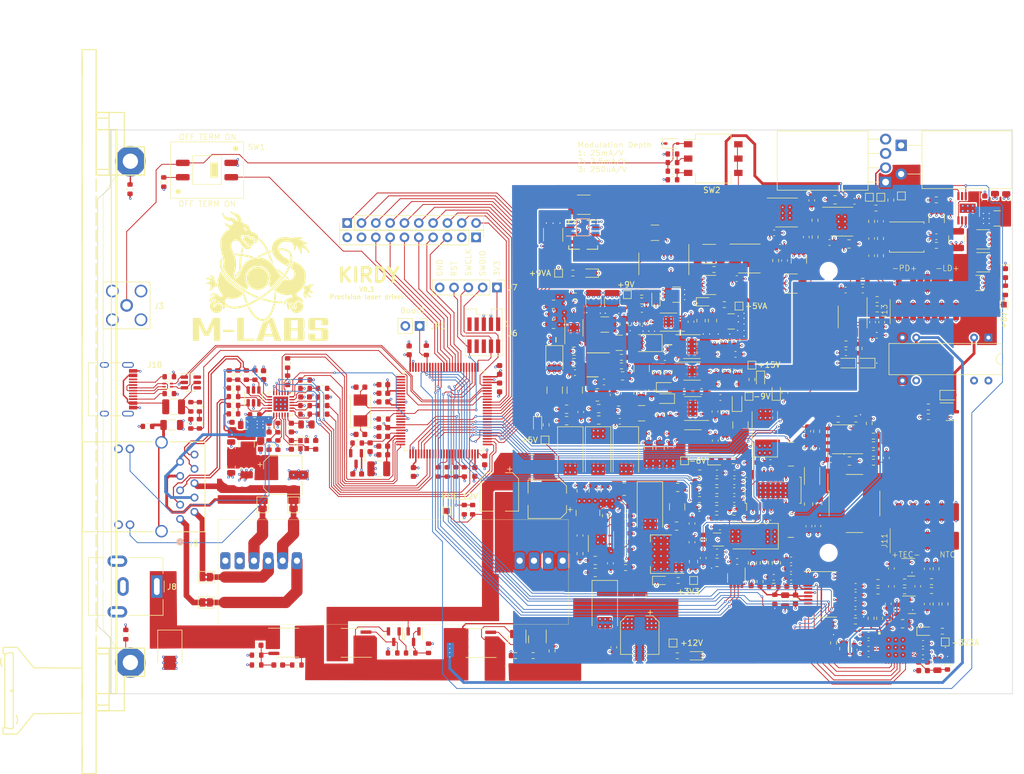
<source format=kicad_pcb>
(kicad_pcb (version 20221018) (generator pcbnew)

  (general
    (thickness 1.6)
  )

  (paper "A4")
  (layers
    (0 "F.Cu" jumper)
    (1 "In1.Cu" signal)
    (2 "In2.Cu" signal)
    (31 "B.Cu" signal)
    (32 "B.Adhes" user "B.Adhesive")
    (33 "F.Adhes" user "F.Adhesive")
    (34 "B.Paste" user)
    (35 "F.Paste" user)
    (36 "B.SilkS" user "B.Silkscreen")
    (37 "F.SilkS" user "F.Silkscreen")
    (38 "B.Mask" user)
    (39 "F.Mask" user)
    (40 "Dwgs.User" user "User.Drawings")
    (41 "Cmts.User" user "User.Comments")
    (42 "Eco1.User" user "User.Eco1")
    (43 "Eco2.User" user "User.Eco2")
    (44 "Edge.Cuts" user)
    (45 "Margin" user)
    (46 "B.CrtYd" user "B.Courtyard")
    (47 "F.CrtYd" user "F.Courtyard")
    (48 "B.Fab" user)
    (49 "F.Fab" user)
    (50 "User.1" user)
    (51 "User.2" user)
    (52 "User.3" user)
    (53 "User.4" user)
    (54 "User.5" user)
    (55 "User.6" user)
    (56 "User.7" user)
    (57 "User.8" user)
    (58 "User.9" user)
  )

  (setup
    (stackup
      (layer "F.SilkS" (type "Top Silk Screen"))
      (layer "F.Paste" (type "Top Solder Paste"))
      (layer "F.Mask" (type "Top Solder Mask") (thickness 0.01))
      (layer "F.Cu" (type "copper") (thickness 0.035))
      (layer "dielectric 1" (type "core") (thickness 0.48) (material "FR4") (epsilon_r 4.5) (loss_tangent 0.02))
      (layer "In1.Cu" (type "copper") (thickness 0.035))
      (layer "dielectric 2" (type "prepreg") (thickness 0.48) (material "FR4") (epsilon_r 4.5) (loss_tangent 0.02))
      (layer "In2.Cu" (type "copper") (thickness 0.035))
      (layer "dielectric 3" (type "core") (thickness 0.48) (material "FR4") (epsilon_r 4.5) (loss_tangent 0.02))
      (layer "B.Cu" (type "copper") (thickness 0.035))
      (layer "B.Mask" (type "Bottom Solder Mask") (thickness 0.01))
      (layer "B.Paste" (type "Bottom Solder Paste"))
      (layer "B.SilkS" (type "Bottom Silk Screen"))
      (copper_finish "ENIG")
      (dielectric_constraints no)
    )
    (pad_to_mask_clearance 0)
    (pcbplotparams
      (layerselection 0x00010fc_ffffffff)
      (plot_on_all_layers_selection 0x0000000_00000000)
      (disableapertmacros false)
      (usegerberextensions true)
      (usegerberattributes false)
      (usegerberadvancedattributes false)
      (creategerberjobfile true)
      (dashed_line_dash_ratio 12.000000)
      (dashed_line_gap_ratio 3.000000)
      (svgprecision 6)
      (plotframeref false)
      (viasonmask false)
      (mode 1)
      (useauxorigin false)
      (hpglpennumber 1)
      (hpglpenspeed 20)
      (hpglpendiameter 15.000000)
      (dxfpolygonmode true)
      (dxfimperialunits true)
      (dxfusepcbnewfont true)
      (psnegative false)
      (psa4output false)
      (plotreference false)
      (plotvalue false)
      (plotinvisibletext false)
      (sketchpadsonfab false)
      (subtractmaskfromsilk true)
      (outputformat 1)
      (mirror false)
      (drillshape 0)
      (scaleselection 1)
      (outputdirectory "gerbers")
    )
  )

  (net 0 "")
  (net 1 "+5VA")
  (net 2 "GND")
  (net 3 "Net-(U1-VOUT_F)")
  (net 4 "Net-(U4--)")
  (net 5 "Net-(U2-OUT)")
  (net 6 "Net-(U4-+)")
  (net 7 "+9VA")
  (net 8 "-6V")
  (net 9 "+15V")
  (net 10 "Net-(U6-+)")
  (net 11 "Net-(C13-Pad2)")
  (net 12 "/MCU/PD_MON")
  (net 13 "Net-(C18-Pad2)")
  (net 14 "Net-(C18-Pad1)")
  (net 15 "Net-(U5B-+)")
  (net 16 "+3V3")
  (net 17 "Net-(U6--)")
  (net 18 "Net-(Q2-G)")
  (net 19 "/MCU/VREF")
  (net 20 "+12V")
  (net 21 "Net-(C25-Pad2)")
  (net 22 "Net-(C26-Pad2)")
  (net 23 "Net-(C26-Pad1)")
  (net 24 "Net-(C27-Pad1)")
  (net 25 "/driveStage/PD_C")
  (net 26 "Net-(C28-Pad1)")
  (net 27 "-9V")
  (net 28 "IN")
  (net 29 "Net-(U8-VCAP_1)")
  (net 30 "Net-(U8-VCAP_2)")
  (net 31 "Net-(C52-Pad1)")
  (net 32 "Net-(U8-PH0)")
  (net 33 "Net-(U8-PH1)")
  (net 34 "/MCU/VDDA")
  (net 35 "Net-(D6-K)")
  (net 36 "Net-(D5-A)")
  (net 37 "Net-(U9-C+)")
  (net 38 "Net-(D5-K)")
  (net 39 "Net-(C57-Pad1)")
  (net 40 "+9V")
  (net 41 "+8V")
  (net 42 "+3.3VA")
  (net 43 "/thermostat/DAC_REF")
  (net 44 "Net-(U9-C-)")
  (net 45 "Net-(D7-A)")
  (net 46 "Net-(U16-PGFB)")
  (net 47 "/thermostat/MAXV")
  (net 48 "/thermostat/MAXIP")
  (net 49 "/thermostat/MAXIN")
  (net 50 "Net-(U11-EN{slash}UV)")
  (net 51 "Net-(U12-EN{slash}UV)")
  (net 52 "Net-(U13-EN{slash}UV)")
  (net 53 "/MCU/TEC_ISEN")
  (net 54 "Net-(U15-EN{slash}UV)")
  (net 55 "/thermostat/TEC_VREF")
  (net 56 "Net-(U14-EN{slash}UV)")
  (net 57 "Net-(U11-SET)")
  (net 58 "Net-(U16-SET)")
  (net 59 "+5V")
  (net 60 "Net-(U12-SET)")
  (net 61 "Net-(U13-SET)")
  (net 62 "Net-(U14-SET)")
  (net 63 "Net-(U15-SET)")
  (net 64 "Net-(U19-REGCAPD)")
  (net 65 "Net-(U18-REGCAPD)")
  (net 66 "Net-(U21-CTLI)")
  (net 67 "Net-(U18-REFOUT)")
  (net 68 "Net-(U18-REGCAPA)")
  (net 69 "Net-(U19-REGCAPA)")
  (net 70 "Net-(U21-COMP)")
  (net 71 "Net-(U21-CS)")
  (net 72 "Net-(U21-OS2)")
  (net 73 "/Ehternet/AVDDT_PHY")
  (net 74 "/Ehternet/ETH_SHIELD")
  (net 75 "Net-(U23-VIN)")
  (net 76 "Net-(U23-SS{slash}TR)")
  (net 77 "/MCU/RST")
  (net 78 "Net-(FB12-Pad1)")
  (net 79 "/thermostat/TEC+")
  (net 80 "/thermostat/TEC-")
  (net 81 "Net-(U23-BOOT)")
  (net 82 "/MCU/USB_DP")
  (net 83 "/MCU/USB_DN")
  (net 84 "/MCU/SWDIO")
  (net 85 "/MCU/SWCLK")
  (net 86 "Net-(U23-COMP)")
  (net 87 "/digital supply/+12V_Barrel_Jack")
  (net 88 "Net-(Q4-G)")
  (net 89 "Net-(U24-VI)")
  (net 90 "Net-(U26-XTAL2)")
  (net 91 "Net-(U26-XTAL1)")
  (net 92 "Net-(U26-VDDCR)")
  (net 93 "Net-(D1-A2)")
  (net 94 "/driveStage/LD-")
  (net 95 "/thermostat/NTC+")
  (net 96 "/thermostat/NTC-")
  (net 97 "Net-(D4-A)")
  (net 98 "Net-(U27-VBUS)")
  (net 99 "Net-(L3-Pad1)")
  (net 100 "Net-(U21-OS1)")
  (net 101 "Net-(FL2-Pad4)")
  (net 102 "Net-(FL2-Pad1)")
  (net 103 "Net-(J4-Pin_8)")
  (net 104 "Net-(J4-Pin_7)")
  (net 105 "Net-(J4-Pin_6)")
  (net 106 "Net-(J4-Pin_5)")
  (net 107 "Net-(J4-Pin_4)")
  (net 108 "Net-(J4-Pin_3)")
  (net 109 "Net-(J5-Pin_10)")
  (net 110 "Net-(J5-Pin_9)")
  (net 111 "Net-(J5-Pin_8)")
  (net 112 "Net-(J5-Pin_7)")
  (net 113 "Net-(J5-Pin_6)")
  (net 114 "Net-(J5-Pin_5)")
  (net 115 "Net-(J5-Pin_4)")
  (net 116 "Net-(J5-Pin_3)")
  (net 117 "Net-(J5-Pin_2)")
  (net 118 "Net-(J5-Pin_1)")
  (net 119 "unconnected-(J6-Pin_6-Pad6)")
  (net 120 "/MCU/PWM_MAXV")
  (net 121 "/MCU/PWM_MAXIP")
  (net 122 "/MCU/PWM_MAXIN")
  (net 123 "unconnected-(J6-Pin_7-Pad7)")
  (net 124 "unconnected-(J6-Pin_8-Pad8)")
  (net 125 "unconnected-(J6-Pin_9-Pad9)")
  (net 126 "/MCU/TEC_VSEN")
  (net 127 "/Ehternet/POE_VC2-")
  (net 128 "/Ehternet/POE_VC1-")
  (net 129 "/MCU/POE_PWR_SRC")
  (net 130 "/Ehternet/RMII_RXD0")
  (net 131 "/Ehternet/POE_VC2+")
  (net 132 "/Ehternet/RMII_RXD1")
  (net 133 "/Ehternet/POE_VC1+")
  (net 134 "/Ehternet/RMII_CRS_DV")
  (net 135 "/Ehternet/RMII_REF_CLK")
  (net 136 "/Ehternet/RMII_MDIO")
  (net 137 "Net-(J9-Pad11)")
  (net 138 "/Ehternet/ETH_LED_1")
  (net 139 "Net-(J9-Pad13)")
  (net 140 "/Ehternet/PHY_TD_P")
  (net 141 "/Ehternet/PHY_TD_N")
  (net 142 "/Ehternet/PHY_RD_P")
  (net 143 "/Ehternet/PHY_RD_N")
  (net 144 "/Ehternet/ETH_LED_2")
  (net 145 "unconnected-(J10-SBU2-PadB8)")
  (net 146 "Net-(J10-CC2)")
  (net 147 "/MCU/USB_VBUS")
  (net 148 "/MCU/LDAC_LOAD")
  (net 149 "/MCU/LDAC_CLK")
  (net 150 "/MCU/LDAC_MOSI")
  (net 151 "/MCU/LDAC_CS")
  (net 152 "/MCU/TADC_SYNC")
  (net 153 "/MCU/TADC_MISO")
  (net 154 "/MCU/TDAC_MOSI")
  (net 155 "/MCU/TADC_CLK")
  (net 156 "/MCU/TDAC_CLK")
  (net 157 "/MCU/TADC_CS")
  (net 158 "/MCU/TDAC_SYNC")
  (net 159 "/MCU/TADC_MOSI")
  (net 160 "unconnected-(J10-SBU1-PadA8)")
  (net 161 "Net-(J10-CC1)")
  (net 162 "Net-(JP1-A)")
  (net 163 "Net-(JP2-B)")
  (net 164 "Net-(JP3-B)")
  (net 165 "Net-(JP4-B)")
  (net 166 "Net-(JP5-B)")
  (net 167 "Net-(L4-Pad1)")
  (net 168 "Net-(Q9-E)")
  (net 169 "Net-(Q1-G)")
  (net 170 "Net-(Q2-S-Pad1)")
  (net 171 "Net-(Q3-B)")
  (net 172 "Net-(Q5-G)")
  (net 173 "/Ehternet/RMII_MDC")
  (net 174 "/Ehternet/PHY_NRST")
  (net 175 "Net-(Q6-B)")
  (net 176 "Net-(Q7-B)")
  (net 177 "Net-(Q8-G)")
  (net 178 "Net-(Q9-B)")
  (net 179 "Net-(R3-Pad2)")
  (net 180 "/Ehternet/RMII_TX_EN")
  (net 181 "/Ehternet/RMII_TXD0")
  (net 182 "/Ehternet/RMII_TXD1")
  (net 183 "Net-(R5-Pad2)")
  (net 184 "Net-(U3--)")
  (net 185 "Net-(U5B--)")
  (net 186 "Net-(U7-OUT)")
  (net 187 "Net-(U8-PE8)")
  (net 188 "Net-(U8-PE9)")
  (net 189 "Net-(U8-PE10)")
  (net 190 "Net-(U8-PE11)")
  (net 191 "Net-(U16-ILIM)")
  (net 192 "Net-(U10-SET)")
  (net 193 "Net-(U17-VFB)")
  (net 194 "Net-(U20B--)")
  (net 195 "Net-(U18-AIN0)")
  (net 196 "Net-(U18-AIN1)")
  (net 197 "Net-(U19-AIN0{slash}REF2-)")
  (net 198 "Net-(U19-AIN1{slash}REF2+)")
  (net 199 "unconnected-(K1-Pad14)")
  (net 200 "Net-(U20A-+)")
  (net 201 "Net-(U20A--)")
  (net 202 "Net-(U23-EN)")
  (net 203 "Net-(U23-RT{slash}CLK)")
  (net 204 "Net-(U23-VSENSE)")
  (net 205 "Net-(U26-RXD0)")
  (net 206 "Net-(U26-RXD1)")
  (net 207 "Net-(U26-CRS_DV)")
  (net 208 "Net-(U26-nINT)")
  (net 209 "Net-(U26-RXER)")
  (net 210 "Net-(U26-RBIAS)")
  (net 211 "Net-(U3-+)")
  (net 212 "Net-(U1-VOUT_S)")
  (net 213 "unconnected-(U2-INV-Pad13)")
  (net 214 "unconnected-(U2-NC-Pad9)")
  (net 215 "unconnected-(U2-RFB-Pad1)")
  (net 216 "unconnected-(U8-PE1-Pad98)")
  (net 217 "unconnected-(U8-PE0-Pad97)")
  (net 218 "unconnected-(U8-PB9-Pad96)")
  (net 219 "unconnected-(U8-PA10-Pad69)")
  (net 220 "unconnected-(U8-PA8-Pad67)")
  (net 221 "unconnected-(U8-PE15-Pad46)")
  (net 222 "unconnected-(U8-PE14-Pad45)")
  (net 223 "/MCU/LD_EN")
  (net 224 "unconnected-(U8-PE13-Pad44)")
  (net 225 "unconnected-(U8-PE12-Pad43)")
  (net 226 "unconnected-(U8-PE7-Pad38)")
  (net 227 "unconnected-(U8-PB2-Pad37)")
  (net 228 "/MCU/TEC_~{SHDN}")
  (net 229 "/MCU/~{LD_SHORT}")
  (net 230 "unconnected-(U8-PC2-Pad17)")
  (net 231 "unconnected-(U8-PC0-Pad15)")
  (net 232 "unconnected-(U8-PC15-Pad9)")
  (net 233 "unconnected-(U8-PC14-Pad8)")
  (net 234 "unconnected-(U8-PC13-Pad7)")
  (net 235 "unconnected-(U8-PE6-Pad5)")
  (net 236 "unconnected-(U8-PE5-Pad4)")
  (net 237 "unconnected-(U8-PE4-Pad3)")
  (net 238 "unconnected-(U8-PE3-Pad2)")
  (net 239 "unconnected-(U8-PE2-Pad1)")
  (net 240 "12Vin")
  (net 241 "unconnected-(U9-NC-Pad12)")
  (net 242 "unconnected-(U9-NC-Pad7)")
  (net 243 "unconnected-(U9-NC-Pad6)")
  (net 244 "unconnected-(U9-NC-Pad3)")
  (net 245 "unconnected-(U9-NC-Pad1)")
  (net 246 "unconnected-(U10-ILIM-Pad5)")
  (net 247 "unconnected-(U11-PG-Pad4)")
  (net 248 "unconnected-(U12-PG-Pad5)")
  (net 249 "unconnected-(U13-PG-Pad4)")
  (net 250 "unconnected-(U14-VIOC-Pad7)")
  (net 251 "unconnected-(U14-PG-Pad4)")
  (net 252 "unconnected-(U15-PG-Pad4)")
  (net 253 "unconnected-(U16-PG-Pad5)")
  (net 254 "unconnected-(U18-GPIO1-Pad20)")
  (net 255 "unconnected-(U18-GPIO0-Pad19)")
  (net 256 "unconnected-(U18-XTAL2{slash}CLKIO-Pad10)")
  (net 257 "unconnected-(U18-XTAL1-Pad9)")
  (net 258 "unconnected-(U19-DNC-Pad3)")
  (net 259 "unconnected-(U19-PDSW-Pad8)")
  (net 260 "unconnected-(U19-XTAL1-Pad9)")
  (net 261 "unconnected-(U19-XTAL2{slash}CLKIO-Pad10)")
  (net 262 "unconnected-(U19-~{ERROR}-Pad15)")
  (net 263 "unconnected-(U19-GPIO0-Pad20)")
  (net 264 "unconnected-(U19-GPIO1-Pad21)")
  (net 265 "unconnected-(U19-GPIO2-Pad22)")
  (net 266 "unconnected-(U19-AIN2-Pad23)")
  (net 267 "unconnected-(U19-AIN3-Pad24)")
  (net 268 "unconnected-(U19-AIN4-Pad25)")
  (net 269 "unconnected-(U19-AIN5-Pad26)")
  (net 270 "unconnected-(U19-AIN6-Pad27)")
  (net 271 "unconnected-(U19-AIN7-Pad28)")
  (net 272 "unconnected-(U19-AIN8-Pad29)")
  (net 273 "unconnected-(U19-GPO3-Pad30)")
  (net 274 "Net-(U20B-+)")
  (net 275 "unconnected-(U22-NC-Pad2)")
  (net 276 "unconnected-(U22-NC-Pad1)")
  (net 277 "unconnected-(U23-PWRGD-Pad14)")
  (net 278 "unconnected-(U27-I{slash}O4-Pad6)")
  (net 279 "unconnected-(U27-I{slash}O3-Pad4)")
  (net 280 "/Ehternet/RJ45_RD_N")
  (net 281 "/Ehternet/RJ45_RD_P")
  (net 282 "/Ehternet/RJ45_TD_N")
  (net 283 "/Ehternet/RJ45_TD_P")
  (net 284 "/thermostat/ADC1_REF")
  (net 285 "/thermostat/ADC1_A3V3")
  (net 286 "/thermostat/ADC1_D3V3")
  (net 287 "/thermostat/ADC2_D3V3")
  (net 288 "/thermostat/ADC2_A3V3")
  (net 289 "/thermostat/ADC2_REF")
  (net 290 "Net-(C124-Pad1)")
  (net 291 "Net-(C125-Pad1)")
  (net 292 "Net-(C126-Pad1)")
  (net 293 "Net-(C156-Pad2)")
  (net 294 "Net-(C157-Pad2)")
  (net 295 "Net-(C166-Pad2)")
  (net 296 "Net-(C167-Pad2)")
  (net 297 "Net-(C177-Pad2)")
  (net 298 "Net-(C76-Pad1)")
  (net 299 "Net-(C179-Pad1)")
  (net 300 "Net-(C187-Pad2)")
  (net 301 "Net-(C188-Pad1)")
  (net 302 "Net-(C208-Pad1)")
  (net 303 "Net-(R7-Pad2)")
  (net 304 "Net-(R23-Pad2)")
  (net 305 "unconnected-(R25-Pad3)")
  (net 306 "Net-(R35-Pad2)")
  (net 307 "Net-(R66-Pad2)")
  (net 308 "Net-(R121-Pad2)")
  (net 309 "Net-(R122-Pad1)")
  (net 310 "unconnected-(J4-Pin_9-Pad9)")
  (net 311 "/MCU/TERM_STAT")
  (net 312 "Net-(MH1-Pad1)")
  (net 313 "Net-(MH1-Pad2)")
  (net 314 "/thermostat/TEC_REF")
  (net 315 "Net-(D12-A)")
  (net 316 "Net-(D13-A)")
  (net 317 "Net-(D14-A)")
  (net 318 "Net-(D15-A)")
  (net 319 "Net-(D16-A)")
  (net 320 "Net-(D17-A)")
  (net 321 "Net-(D18-A)")
  (net 322 "Net-(D19-A)")
  (net 323 "Net-(D20-A)")
  (net 324 "Net-(D21-A)")
  (net 325 "Net-(D11-A)")
  (net 326 "/digital supply/POE_12V")
  (net 327 "Net-(U29-+)")
  (net 328 "Net-(U29--)")

  (footprint "Resistor_SMD:R_0603_1608Metric" (layer "F.Cu") (at 34.544 45.8338 180))

  (footprint "Resistor_SMD:R_0603_1608Metric" (layer "F.Cu") (at 56.4334 91.9319 90))

  (footprint "Capacitor_SMD:C_0603_1608Metric" (layer "F.Cu") (at 34.544 47.3578))

  (footprint "Capacitor_SMD:C_0603_1608Metric" (layer "F.Cu") (at 138.5316 80.9498 90))

  (footprint "Package_TO_SOT_SMD:SOT-23" (layer "F.Cu") (at 50.2782 89.8694 -90))

  (footprint "Capacitor_SMD:C_0805_2012Metric" (layer "F.Cu") (at 103.4288 76.5556 -90))

  (footprint "Inductor_SMD:L_1210_3225Metric" (layer "F.Cu") (at 47.617 60.0964))

  (footprint "Capacitor_SMD:C_0603_1608Metric" (layer "F.Cu") (at 104.4956 63.9706 180))

  (footprint "Resistor_SMD:R_0603_1608Metric" (layer "F.Cu") (at 119.634 46.482 -90))

  (footprint "Capacitor_SMD:C_0805_2012Metric" (layer "F.Cu") (at 107.6 76.7))

  (footprint "Capacitor_SMD:C_0603_1608Metric" (layer "F.Cu") (at 137.6328 58.1658 90))

  (footprint "Package_QFP:LQFP-100_14x14mm_P0.5mm" (layer "F.Cu") (at 59.182 49.7798))

  (footprint "Capacitor_SMD:C_0603_1608Metric" (layer "F.Cu") (at 104.4956 67.1332 180))

  (footprint "Resistor_SMD:R_0603_1608Metric" (layer "F.Cu") (at 33.0855 94.896))

  (footprint "Resistor_SMD:R_0603_1608Metric" (layer "F.Cu") (at 37.6308 47.3578 180))

  (footprint "Inductor_SMD:L_1008_2520Metric" (layer "F.Cu") (at 91.7448 46.6344 -90))

  (footprint "Capacitor_SMD:C_0603_1608Metric" (layer "F.Cu") (at 110.6875 60.8397))

  (footprint "Capacitor_SMD:C_0805_2012Metric" (layer "F.Cu") (at 94.1832 46.3922 -90))

  (footprint "Resistor_SMD:R_0603_1608Metric" (layer "F.Cu") (at 115.239 80.0856 -90))

  (footprint "Resistor_SMD:R_0603_1608Metric" (layer "F.Cu") (at 37.6308 45.8338 180))

  (footprint "Resistor_SMD:R_0603_1608Metric" (layer "F.Cu") (at 132.1684 87.096))

  (footprint "Resistor_SMD:R_0603_1608Metric" (layer "F.Cu") (at 104.4956 62.3984))

  (footprint "Resistor_SMD:R_0603_1608Metric" (layer "F.Cu") (at 78.35 92.4 90))

  (footprint "Capacitor_SMD:C_0603_1608Metric" (layer "F.Cu") (at 135.0256 22.3134 -90))

  (footprint "Capacitor_SMD:C_0603_1608Metric" (layer "F.Cu") (at 99.3394 50.1786 90))

  (footprint "Diode_SMD:D_SMB" (layer "F.Cu") (at 10.5615 92.364 -90))

  (footprint "Capacitor_SMD:C_0603_1608Metric" (layer "F.Cu") (at 78.8126 32.7046 180))

  (footprint "Resistor_SMD:R_0603_1608Metric" (layer "F.Cu") (at 21.844 50.355))

  (footprint "Resistor_SMD:R_0603_1608Metric" (layer "F.Cu") (at 145.0848 49.1476))

  (footprint "Capacitor_SMD:C_0805_2012Metric" (layer "F.Cu") (at 82.2198 41.2662 180))

  (footprint "Package_SO:SOIC-8-1EP_3.9x4.9mm_P1.27mm_EP2.29x3mm" (layer "F.Cu") (at 119.9378 14.6424))

  (footprint "Capacitor_SMD:C_0805_2012Metric" (layer "F.Cu") (at 86.0044 76.3524 180))

  (footprint "Package_TO_SOT_SMD:SOT-23-6" (layer "F.Cu") (at 25.4 47.2562 90))

  (footprint "Resistor_SMD:R_0603_1608Metric" (layer "F.Cu") (at 158.75 28.448 -90))

  (footprint "LED_SMD:LED_0603_1608Metric" (layer "F.Cu") (at 96.774 29.718 90))

  (footprint "Connector_BarrelJack:BarrelJack_CUI_PJ-063AH_Horizontal" (layer "F.Cu") (at 8.25 80.9732 -90))

  (footprint "TestPoint:TestPoint_Pad_1.0x1.0mm" (layer "F.Cu") (at 77.1 55 180))

  (footprint "Capacitor_SMD:C_1812_4532Metric" (layer "F.Cu") (at 154.813 23.4696))

  (footprint "Resistor_SMD:R_0603_1608Metric" (layer "F.Cu") (at 136.144 81.788))

  (footprint "Capacitor_SMD:C_0603_1608Metric" (layer "F.Cu") (at 144.137 91.059))

  (footprint "Resistor_SMD:R_0603_1608Metric" (layer "F.Cu") (at 104.5423 60.8397))

  (footprint "Resistor_SMD:R_0603_1608Metric" (layer "F.Cu") (at 148.463 94.869 90))

  (footprint "Resistor_SMD:R_0603_1608Metric" (layer "F.Cu") (at 107.823 39.7994))

  (footprint "Package_TO_SOT_THT:TO-220F-4_Horizontal_TabDown" (layer "F.Cu")
    (tstamp 17f32e5f-8532-4156-9cbc-a9c62e1aaaa3)
    (at 137.5 9.25 90)
    (descr "TO-220F-4, Horizontal, RM 2.54mm, see https://www.njr.com/semicon/PDF/package/TO-220F-4_E.pdf")
    (tags "TO-220F-4 Horizontal RM 2.54mm")
    (property "MFR_PN" "Y169010R0000T9L")
    (property "Sheetfile" "driveStage.kicad_sch")
    (property "Sheetname" "driveStage")
    (property "dnp" "")
    (property "ki_description" "VPR221 and VPR221Z Series Precision Power Resistor, ")
    (property "ki_keywords" "Precision Power Resistor")
    (path "/7fc2620b-bac4-49c0-a276-7d2a46898037/0eab9295-041d-4ed4-b10a-3c7684b6770c")
    (attr through_hole)
    (fp_text reference "R25" (at 3.81 -20.22 90) (layer "F.SilkS") hide
        (effects (font (size 1 1) (thickness 0.15)))
      (tstamp ddd7039d-8a07-47c2-a5a7-394d7a3b4647)
    )
    (fp_text value "10" (at 3.81 2 90) (layer "F.Fab")
        (effects (font (size 1 1) (thickness 0.15)))
      (tstamp 44af2664-8322-4b15-a93a-1de4160c109e)
    )
    (fp_text user "${REFERENCE}" (at 3.81 -20.22 90) (layer "F.Fab")
        (effects (font (size 1 1) (thickness 0.15)))
      (tstamp 07343274-3b49-4dc2-a91c-8fe3dffb2718)
    )
    (fp_line (start -1.44 -19.22) (end -1.44 -3.11)
      (stroke (width 0.12) (type solid)) (layer "F.SilkS") (tstamp bbb785c2-c928-4bad-9292-865131647d6c))
    (fp_line (start -1.44 -19.22) (end 9.06 -19.22)
      (stroke (width 0.12) (type solid)) (layer "F.SilkS") (tstamp bd8b9de1-c82e-4625-8048-392d07fccc7a))
    (fp_line (start -1.44 -3.11) (end 9.06 -3.11)
      (stroke (width 0.12) (type solid)) (layer "F.SilkS") (tstamp 19fb1ca3-167a-461a-b667-39ca05344a7d))
    (fp_line (start 0 -3.11) (end 0 -1.15)
      (stroke (width 0.12) (type solid)) (layer "F.SilkS") (tstamp 9d94b918-4600-411f-a29f-bbed0a46387a))
    (fp_line (start 2.54 -3.11) (end 2.54 -1.15)
      (stroke (width 0.12) (type solid)) (layer "F.SilkS") (tstamp 042cc0c7-6c8b-4ebc-b0a3-efbcd1621d54))
    (fp_line (start 5.08 -3.11) (end 5.08 -1.15)
      (stroke (width 0.12) (type solid)) (layer "F.SilkS") (tstamp 5e1ad56c-20d2-42f4-b1c3-0b44c9a525a9))
    (fp_line (start 7.62 -3.11) (end 7.62 -1.15)
      (stroke (width 0.12) (type solid)) (layer "F.SilkS") (tstamp ea38074a-9f3e-413f-ba92-90d139d83011))
    (fp_line (start 9.06 -19.22) (end 9.06 -3.11)
      (stroke (width 0.12) (type solid)) (layer "F.SilkS") (tstamp 3948b920-661a-4407-9062-edba42e00ffe))
    (fp_line (start -1.57 -19.35) (end -1.57 1.25)
      (stro
... [5655767 chars truncated]
</source>
